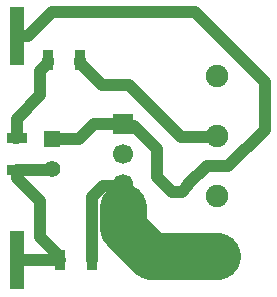
<source format=gbl>
G04*
G04 #@! TF.GenerationSoftware,Altium Limited,Altium Designer,19.1.6 (110)*
G04*
G04 Layer_Physical_Order=2*
G04 Layer_Color=16711680*
%FSLAX42Y42*%
%MOMM*%
G71*
G01*
G75*
%ADD19C,1.00*%
%ADD20C,4.00*%
%ADD21C,1.70*%
%ADD22R,1.70X1.70*%
%ADD23R,1.90X1.90*%
%ADD24C,1.90*%
%ADD25R,1.40X1.40*%
%ADD26C,1.40*%
%ADD27R,1.20X5.00*%
%ADD28R,0.95X1.70*%
%ADD29R,1.70X0.95*%
D19*
X1881Y519D02*
X1900Y538D01*
X835Y1035D02*
X933Y1133D01*
X1087D01*
X1100Y1146D01*
X835Y500D02*
Y1035D01*
X1153Y1983D02*
X1595Y1541D01*
X919Y1983D02*
X1153D01*
X735Y2167D02*
X919Y1983D01*
X1808Y1300D02*
X1992D01*
X1655Y1147D02*
X1808Y1300D01*
X1655Y1134D02*
Y1147D01*
X1596Y1076D02*
X1655Y1134D01*
X1514Y1076D02*
X1596D01*
X1386Y1203D02*
X1514Y1076D01*
X1386Y1203D02*
Y1446D01*
X1197Y1635D02*
X1386Y1446D01*
X1119Y1635D02*
X1197D01*
X1708Y2600D02*
X2300Y2008D01*
Y1608D02*
Y2008D01*
X1992Y1300D02*
X2300Y1608D01*
X1595Y1541D02*
X1887D01*
X1900Y1554D01*
X200Y2400D02*
X300D01*
X500Y2600D01*
X1708D01*
X1100Y1654D02*
X1119Y1635D01*
X465Y2167D02*
Y2200D01*
X400Y2102D02*
X465Y2167D01*
X400Y1900D02*
Y2102D01*
X200Y1700D02*
X400Y1900D01*
X189Y1535D02*
X200D01*
X187Y1538D02*
X189Y1535D01*
X562Y497D02*
Y500D01*
Y535D01*
X200Y500D02*
X562D01*
X200Y1535D02*
Y1700D01*
Y1200D02*
Y1265D01*
Y1200D02*
X400Y1000D01*
Y697D02*
Y1000D01*
Y697D02*
X562Y535D01*
X735Y2167D02*
Y2200D01*
X856Y1654D02*
X1100D01*
X728Y1527D02*
X856Y1654D01*
X500Y1527D02*
X728D01*
X200Y1265D02*
X203Y1268D01*
X495D01*
X500Y1273D01*
X562Y497D02*
X565Y500D01*
D20*
X1100Y772D02*
Y951D01*
Y772D02*
X1334Y538D01*
X1900D01*
D21*
X1100Y1146D02*
D03*
Y1400D02*
D03*
D22*
Y1654D02*
D03*
D23*
X1900Y538D02*
D03*
D24*
Y1046D02*
D03*
Y1554D02*
D03*
Y2062D02*
D03*
D25*
X500Y1527D02*
D03*
D26*
Y1273D02*
D03*
D27*
X200Y2400D02*
D03*
Y500D02*
D03*
D28*
X735Y2200D02*
D03*
X465D02*
D03*
X565Y500D02*
D03*
X835D02*
D03*
D29*
X200Y1535D02*
D03*
Y1265D02*
D03*
M02*

</source>
